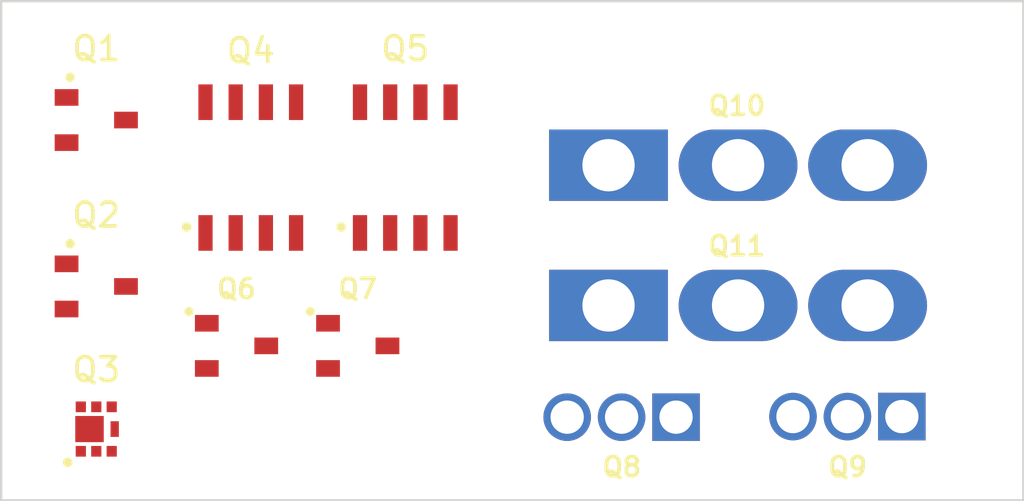
<source format=kicad_pcb>
(kicad_pcb (version 20241229) (generator "pcbnew") (generator_version "9.0")
  (title_block (title "Project name") (date "2025-05-26") (rev "1") (comment 1 "PCA number") (comment 2 "PCB number"))
  (layers (0 "F.Cu" signal) (2 "B.Cu" signal) (13 "F.Paste" user) (15 "B.Paste" user) (5 "F.SilkS" user "F.Silkscreen") (7 "B.SilkS" user "B.Silkscreen") (1 "F.Mask" user) (3 "B.Mask" user) (25 "Edge.Cuts" user))
  (net 0 "")
  (footprint "lily_footprints:sot23" (layer "F.Cu") (at 119.9 84.5 180)
    (property "Reference" "Q6" (at 0 2.4 0) (layer "F.SilkS") (effects (font (size 0.8 0.8) (thickness 0.16))))
    (property "Value" "BC850B" (hide yes))
    (property "Pin_1_mark" "•" (at 2 1.5 0) (layer "F.SilkS") (effects (font (size 0.8 0.8) (thickness 0.16))))
    (pad "1" smd rect (at 1.25 0.95 270) (size 0.7 1) (layers "F.Cu" "F.Mask" "F.Paste"))
    (pad "2" smd rect (at 1.25 -0.95 270) (size 0.7 1) (layers "F.Cu" "F.Mask" "F.Paste"))
    (pad "3" smd rect (at -1.25 0 270) (size 0.7 1) (layers "F.Cu" "F.Mask" "F.Paste"))
  )
  (footprint "lily_footprints:sot23" (layer "F.Cu") (at 114 75)
    (property "Reference" "Q1" (at 0 -3 0) (layer "F.SilkS") (effects (font (thickness 0.16))))
    (property "Value" "MMBT2222A" (hide yes))
    (fp_circle (center -1.1 -1.8) (end -1.1 -1.7) (stroke (width 0.2)) (fill no) (layer "F.SilkS"))
    (pad "1" smd rect (at -1.25 -0.95 270) (size 0.7 1) (layers "F.Cu" "F.Mask" "F.Paste"))
    (pad "2" smd rect (at -1.25 0.95 270) (size 0.7 1) (layers "F.Cu" "F.Mask" "F.Paste"))
    (pad "3" smd rect (at 1.25 0 270) (size 0.7 1) (layers "F.Cu" "F.Mask" "F.Paste"))
  )
  (footprint "lily_footprints:soic8" (layer "F.Cu") (at 120.5 77)
    (property "Reference" "Q4" (at 0 -4.915 0) (layer "F.SilkS") (effects (font (thickness 0.16))))
    (property "Value" "CEM3083" (hide yes))
    (fp_circle (center -2.7 2.5) (end -2.6 2.5) (stroke (width 0.2)) (fill no) (layer "F.SilkS"))
    (pad "1" smd rect (at -1.905 2.75) (size 0.6 1.5) (layers "F.Cu" "F.Mask" "F.Paste"))
    (pad "2" smd rect (at -0.635 2.75) (size 0.6 1.5) (layers "F.Cu" "F.Mask" "F.Paste"))
    (pad "3" smd rect (at 0.635 2.75) (size 0.6 1.5) (layers "F.Cu" "F.Mask" "F.Paste"))
    (pad "4" smd rect (at 1.905 2.75) (size 0.6 1.5) (layers "F.Cu" "F.Mask" "F.Paste"))
    (pad "5" smd rect (at 1.905 -2.75) (size 0.6 1.5) (layers "F.Cu" "F.Mask" "F.Paste"))
    (pad "6" smd rect (at 0.635 -2.75) (size 0.6 1.5) (layers "F.Cu" "F.Mask" "F.Paste"))
    (pad "7" smd rect (at -0.635 -2.75) (size 0.6 1.5) (layers "F.Cu" "F.Mask" "F.Paste"))
    (pad "8" smd rect (at -1.905 -2.75) (size 0.6 1.5) (layers "F.Cu" "F.Mask" "F.Paste"))
  )
  (footprint "lily_footprints:to264" (layer "F.Cu") (at 135.55 76.9)
    (property "Reference" "Q10" (at 5.4 -2.5 0) (layer "F.SilkS") (effects (font (size 0.8 0.8) (thickness 0.16))))
    (property "Value" "MJL3281A" (hide yes))
    (pad "1" thru_hole rect (at 0 0) (size 5 3) (drill 2.2) (layers "*.Cu" "*.Mask"))
    (pad "2" thru_hole oval (at 10.9 0) (size 5 3) (drill 2.2) (layers "*.Cu" "*.Mask"))
    (pad "3" thru_hole oval (at 5.45 0) (size 5 3) (drill 2.2) (layers "*.Cu" "*.Mask"))
  )
  (footprint "lily_footprints:sot1220_dnf2020md-6_type_e" (layer "F.Cu") (at 114 88)
    (property "Reference" "Q3" (at 0 -2.5 0) (layer "F.SilkS") (effects (font (thickness 0.16))))
    (property "Value" "DMP3028LFDE" (hide yes))
    (fp_circle (center -1.2 1.4) (end -1.1 1.4) (stroke (width 0.2)) (fill no) (layer "F.SilkS"))
    (pad "1" smd rect (at -0.65 0.935 90) (size 0.45 0.43) (layers "F.Cu" "F.Mask" "F.Paste"))
    (pad "2" smd rect (at 0 0.935 90) (size 0.45 0.43) (layers "F.Cu" "F.Mask" "F.Paste"))
    (pad "3" smd rect (at 0.65 0.935 90) (size 0.45 0.43) (layers "F.Cu" "F.Mask" "F.Paste"))
    (pad "4" smd rect (at 0.65 -0.935 90) (size 0.45 0.43) (layers "F.Cu" "F.Mask" "F.Paste"))
    (pad "5" smd rect (at 0 -0.935 90) (size 0.45 0.43) (layers "F.Cu" "F.Mask" "F.Paste"))
    (pad "6" smd rect (at -0.65 -0.935 90) (size 0.45 0.43) (layers "F.Cu" "F.Mask" "F.Paste"))
    (pad "7" smd rect (at -0.285 0 90) (size 1.1 1.2) (layers "F.Cu" "F.Mask" "F.Paste"))
    (pad "8" smd rect (at 0.775 0 90) (size 0.66 0.35) (layers "F.Cu" "F.Mask" "F.Paste"))
  )
  (footprint "lily_footprints:to126" (layer "F.Cu") (at 133.81 87.5)
    (property "Reference" "Q8" (at 2.3 2.1 0) (layer "F.SilkS") (effects (font (size 0.8 0.8) (thickness 0.16))))
    (property "Value" "BD139" (hide yes))
    (pad "1" thru_hole rect (at 4.58 0) (size 2 2) (drill 1.4) (layers "*.Cu" "*.Mask"))
    (pad "2" thru_hole circle (at 0 0) (size 2 2) (drill 1.4) (layers "*.Cu" "*.Mask"))
    (pad "3" thru_hole circle (at 2.29 0) (size 2 2) (drill 1.4) (layers "*.Cu" "*.Mask"))
  )
  (footprint "lily_footprints:to264" (layer "F.Cu") (at 135.55 82.8)
    (property "Reference" "Q11" (at 5.4 -2.5 0) (layer "F.SilkS") (effects (font (size 0.8 0.8) (thickness 0.16))))
    (property "Value" "MJL1302A" (hide yes))
    (pad "1" thru_hole rect (at 0 0) (size 5 3) (drill 2.2) (layers "*.Cu" "*.Mask"))
    (pad "2" thru_hole oval (at 10.9 0) (size 5 3) (drill 2.2) (layers "*.Cu" "*.Mask"))
    (pad "3" thru_hole oval (at 5.45 0) (size 5 3) (drill 2.2) (layers "*.Cu" "*.Mask"))
  )
  (footprint "lily_footprints:sot23" (layer "F.Cu") (at 114 82)
    (property "Reference" "Q2" (at 0 -3 0) (layer "F.SilkS") (effects (font (thickness 0.16))))
    (property "Value" "AO3400A" (hide yes))
    (fp_circle (center -1.1 -1.8) (end -1.1 -1.7) (stroke (width 0.2)) (fill no) (layer "F.SilkS"))
    (pad "1" smd rect (at -1.25 -0.95 270) (size 0.7 1) (layers "F.Cu" "F.Mask" "F.Paste"))
    (pad "2" smd rect (at -1.25 0.95 270) (size 0.7 1) (layers "F.Cu" "F.Mask" "F.Paste"))
    (pad "3" smd rect (at 1.25 0 270) (size 0.7 1) (layers "F.Cu" "F.Mask" "F.Paste"))
  )
  (footprint "lily_footprints:to126" (layer "F.Cu") (at 143.31 87.475)
    (property "Reference" "Q9" (at 2.3 2.125 0) (layer "F.SilkS") (effects (font (size 0.8 0.8) (thickness 0.16))))
    (property "Value" "BD140" (hide yes))
    (pad "1" thru_hole rect (at 4.58 0) (size 2 2) (drill 1.4) (layers "*.Cu" "*.Mask"))
    (pad "2" thru_hole circle (at 0 0) (size 2 2) (drill 1.4) (layers "*.Cu" "*.Mask"))
    (pad "3" thru_hole circle (at 2.29 0) (size 2 2) (drill 1.4) (layers "*.Cu" "*.Mask"))
  )
  (footprint "lily_footprints:sot23" (layer "F.Cu") (at 125 84.5 180)
    (property "Reference" "Q7" (at 0 2.4 0) (layer "F.SilkS") (effects (font (size 0.8 0.8) (thickness 0.16))))
    (property "Value" "BC860B" (hide yes))
    (property "Pin_1_mark" "•" (at 2 1.5 0) (layer "F.SilkS") (effects (font (size 0.8 0.8) (thickness 0.16))))
    (pad "1" smd rect (at 1.25 0.95 270) (size 0.7 1) (layers "F.Cu" "F.Mask" "F.Paste"))
    (pad "2" smd rect (at 1.25 -0.95 270) (size 0.7 1) (layers "F.Cu" "F.Mask" "F.Paste"))
    (pad "3" smd rect (at -1.25 0 270) (size 0.7 1) (layers "F.Cu" "F.Mask" "F.Paste"))
  )
  (footprint "lily_footprints:soic8" (layer "F.Cu") (at 127 77)
    (property "Reference" "Q5" (at 0 -5 0) (layer "F.SilkS") (effects (font (thickness 0.16))))
    (property "Value" "VBZA4800" (hide yes))
    (fp_circle (center -2.7 2.5) (end -2.6 2.5) (stroke (width 0.2)) (fill no) (layer "F.SilkS"))
    (pad "1" smd rect (at -1.905 2.75) (size 0.6 1.5) (layers "F.Cu" "F.Mask" "F.Paste"))
    (pad "2" smd rect (at -0.635 2.75) (size 0.6 1.5) (layers "F.Cu" "F.Mask" "F.Paste"))
    (pad "3" smd rect (at 0.635 2.75) (size 0.6 1.5) (layers "F.Cu" "F.Mask" "F.Paste"))
    (pad "4" smd rect (at 1.905 2.75) (size 0.6 1.5) (layers "F.Cu" "F.Mask" "F.Paste"))
    (pad "5" smd rect (at 1.905 -2.75) (size 0.6 1.5) (layers "F.Cu" "F.Mask" "F.Paste"))
    (pad "6" smd rect (at 0.635 -2.75) (size 0.6 1.5) (layers "F.Cu" "F.Mask" "F.Paste"))
    (pad "7" smd rect (at -0.635 -2.75) (size 0.6 1.5) (layers "F.Cu" "F.Mask" "F.Paste"))
    (pad "8" smd rect (at -1.905 -2.75) (size 0.6 1.5) (layers "F.Cu" "F.Mask" "F.Paste"))
  )
  (gr_rect (start 110 70) (end 153 91) (stroke (width 0.1)) (fill no) (layer "Edge.Cuts"))
)
</source>
